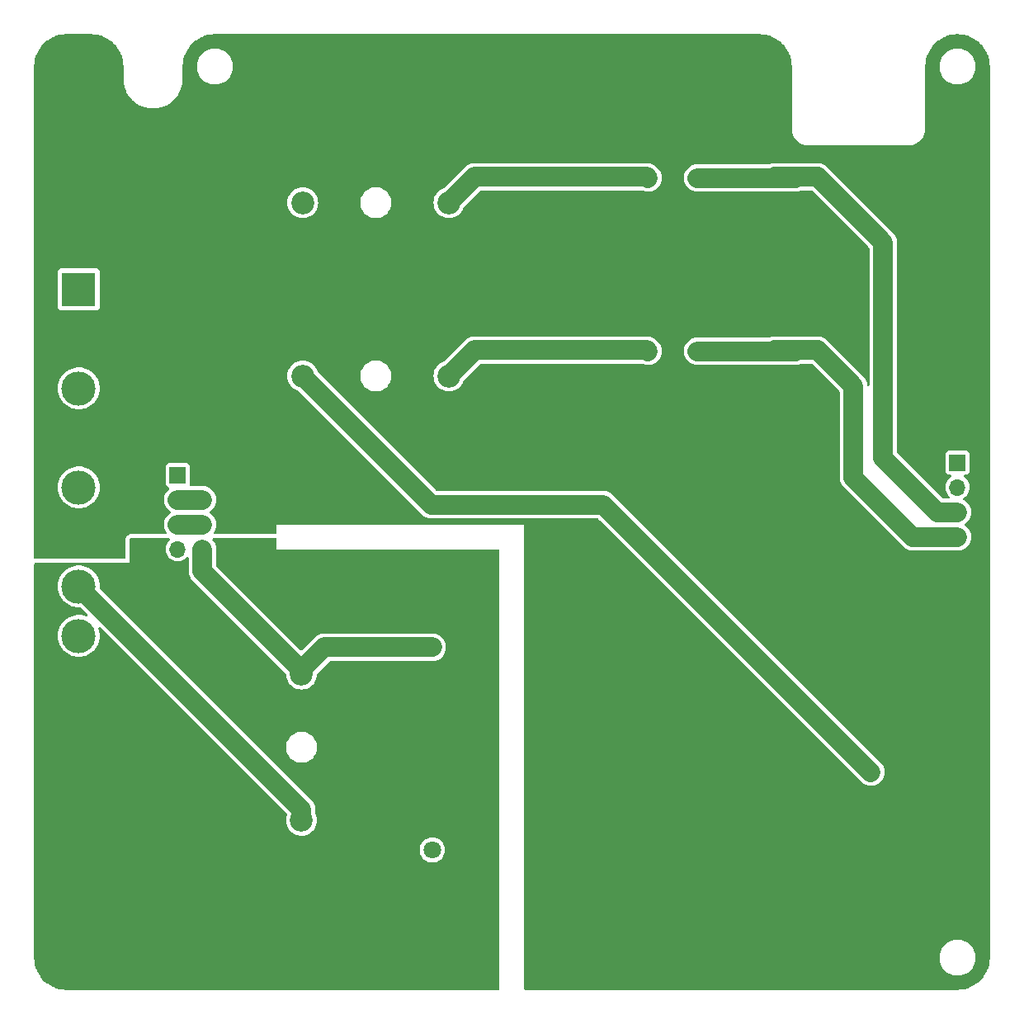
<source format=gbr>
%TF.GenerationSoftware,KiCad,Pcbnew,8.0.3-8.0.3-0~ubuntu22.04.1*%
%TF.CreationDate,2024-08-09T14:04:43+03:00*%
%TF.ProjectId,PM-PS,504d2d50-532e-46b6-9963-61645f706362,rev?*%
%TF.SameCoordinates,Original*%
%TF.FileFunction,Copper,L1,Top*%
%TF.FilePolarity,Positive*%
%FSLAX46Y46*%
G04 Gerber Fmt 4.6, Leading zero omitted, Abs format (unit mm)*
G04 Created by KiCad (PCBNEW 8.0.3-8.0.3-0~ubuntu22.04.1) date 2024-08-09 14:04:43*
%MOMM*%
%LPD*%
G01*
G04 APERTURE LIST*
G04 Aperture macros list*
%AMRoundRect*
0 Rectangle with rounded corners*
0 $1 Rounding radius*
0 $2 $3 $4 $5 $6 $7 $8 $9 X,Y pos of 4 corners*
0 Add a 4 corners polygon primitive as box body*
4,1,4,$2,$3,$4,$5,$6,$7,$8,$9,$2,$3,0*
0 Add four circle primitives for the rounded corners*
1,1,$1+$1,$2,$3*
1,1,$1+$1,$4,$5*
1,1,$1+$1,$6,$7*
1,1,$1+$1,$8,$9*
0 Add four rect primitives between the rounded corners*
20,1,$1+$1,$2,$3,$4,$5,0*
20,1,$1+$1,$4,$5,$6,$7,0*
20,1,$1+$1,$6,$7,$8,$9,0*
20,1,$1+$1,$8,$9,$2,$3,0*%
G04 Aperture macros list end*
%TA.AperFunction,ComponentPad*%
%ADD10C,1.950000*%
%TD*%
%TA.AperFunction,SMDPad,CuDef*%
%ADD11RoundRect,0.249999X-2.450001X0.737501X-2.450001X-0.737501X2.450001X-0.737501X2.450001X0.737501X0*%
%TD*%
%TA.AperFunction,ComponentPad*%
%ADD12C,1.803400*%
%TD*%
%TA.AperFunction,SMDPad,CuDef*%
%ADD13RoundRect,0.250000X-0.537500X-1.450000X0.537500X-1.450000X0.537500X1.450000X-0.537500X1.450000X0*%
%TD*%
%TA.AperFunction,ComponentPad*%
%ADD14C,2.350000*%
%TD*%
%TA.AperFunction,ComponentPad*%
%ADD15R,1.700000X1.700000*%
%TD*%
%TA.AperFunction,ComponentPad*%
%ADD16O,1.700000X1.700000*%
%TD*%
%TA.AperFunction,ComponentPad*%
%ADD17R,3.500000X3.500000*%
%TD*%
%TA.AperFunction,ComponentPad*%
%ADD18C,3.500000*%
%TD*%
%TA.AperFunction,ComponentPad*%
%ADD19O,6.350000X6.350000*%
%TD*%
%TA.AperFunction,Conductor*%
%ADD20C,2.000000*%
%TD*%
G04 APERTURE END LIST*
D10*
%TO.P,J5,1,VIN*%
%TO.N,Net-(J5-VIN)*%
X88900000Y-83820000D03*
%TO.P,J5,2,GND*%
%TO.N,GND*%
X91440000Y-83820000D03*
%TO.P,J5,3,+VO*%
%TO.N,+3.3V*%
X93980000Y-83820000D03*
%TD*%
D11*
%TO.P,C3,1*%
%TO.N,Net-(J5-VIN)*%
X78740000Y-83722500D03*
%TO.P,C3,2*%
%TO.N,GND*%
X78740000Y-88997500D03*
%TD*%
%TO.P,C5,1*%
%TO.N,+3.3V*%
X104140000Y-83722500D03*
%TO.P,C5,2*%
%TO.N,GND*%
X104140000Y-88997500D03*
%TD*%
D12*
%TO.P,U1,1,V-*%
%TO.N,GND*%
X111760000Y-135000000D03*
%TO.P,U1,2,V+*%
%TO.N,+24V*%
X111760000Y-127000001D03*
%TO.P,U1,3,AC/L*%
%TO.N,230V*%
X66759988Y-114200001D03*
%TO.P,U1,4,AC/N*%
%TO.N,N*%
X66759988Y-135000000D03*
%TD*%
D11*
%TO.P,C4,1*%
%TO.N,+5V*%
X104140000Y-65942500D03*
%TO.P,C4,2*%
%TO.N,GND*%
X104140000Y-71217500D03*
%TD*%
D13*
%TO.P,C1,1*%
%TO.N,PE*%
X72792500Y-144780000D03*
%TO.P,C1,2*%
%TO.N,GND*%
X77067500Y-144780000D03*
%TD*%
D14*
%TO.P,U3,1,1*%
%TO.N,+24V*%
X53460000Y-86360000D03*
%TO.P,U3,2,2*%
%TO.N,Net-(J5-VIN)*%
X68460000Y-86360000D03*
%TD*%
D15*
%TO.P,J2,1,Pin_1*%
%TO.N,unconnected-(J2-Pin_1-Pad1)*%
X120650000Y-95250000D03*
D16*
%TO.P,J2,2,Pin_2*%
%TO.N,unconnected-(J2-Pin_2-Pad2)*%
X120650000Y-97790000D03*
%TO.P,J2,3,Pin_3*%
%TO.N,+5V*%
X120650000Y-100330000D03*
%TO.P,J2,4,Pin_4*%
%TO.N,+3.3V*%
X120650000Y-102870000D03*
%TO.P,J2,5,Pin_5*%
%TO.N,GND*%
X120650000Y-105410000D03*
%TD*%
D14*
%TO.P,U4,1,1*%
%TO.N,Net-(J3-Pin_7)*%
X53340000Y-131960000D03*
%TO.P,U4,2,2*%
%TO.N,230V*%
X53340000Y-116960000D03*
%TD*%
D17*
%TO.P,J3,1,Pin_1*%
%TO.N,+24V*%
X30480000Y-77470000D03*
D18*
%TO.P,J3,2,Pin_2*%
%TO.N,GND*%
X30480000Y-82550000D03*
%TO.P,J3,3,Pin_3*%
%TO.N,+5V*%
X30480000Y-87630000D03*
%TO.P,J3,4,Pin_4*%
%TO.N,GND*%
X30480000Y-92710000D03*
%TO.P,J3,5,Pin_5*%
%TO.N,+3.3V*%
X30480000Y-97790000D03*
%TO.P,J3,6,Pin_6*%
%TO.N,GND*%
X30480000Y-102870000D03*
%TO.P,J3,7,Pin_7*%
%TO.N,Net-(J3-Pin_7)*%
X30480000Y-107950000D03*
%TO.P,J3,8,Pin_8*%
%TO.N,N*%
X30480000Y-113030000D03*
%TO.P,J3,9,Pin_9*%
%TO.N,PE*%
X30480000Y-118110000D03*
%TO.P,J3,10,Pin_10*%
X30480000Y-123190000D03*
%TD*%
D15*
%TO.P,J1,1,1*%
%TO.N,+24V*%
X40640000Y-96520000D03*
D16*
%TO.P,J1,2,2*%
%TO.N,GND*%
X43180000Y-96520000D03*
%TO.P,J1,3,3*%
%TO.N,+5V*%
X40640000Y-99060000D03*
%TO.P,J1,4,4*%
X43180000Y-99060000D03*
%TO.P,J1,5,5*%
%TO.N,+3.3V*%
X40640000Y-101600000D03*
%TO.P,J1,6,6*%
X43180000Y-101600000D03*
%TO.P,J1,7,7*%
%TO.N,N*%
X40640000Y-104140000D03*
%TO.P,J1,8,8*%
%TO.N,230V*%
X43180000Y-104140000D03*
%TD*%
D14*
%TO.P,U2,1,1*%
%TO.N,+24V*%
X53460000Y-68580000D03*
%TO.P,U2,2,2*%
%TO.N,Net-(J4-VIN)*%
X68460000Y-68580000D03*
%TD*%
D19*
%TO.P,PE1,1*%
%TO.N,PE*%
X44450000Y-146050000D03*
%TD*%
D11*
%TO.P,C2,1*%
%TO.N,Net-(J4-VIN)*%
X78740000Y-65942500D03*
%TO.P,C2,2*%
%TO.N,GND*%
X78740000Y-71217500D03*
%TD*%
D10*
%TO.P,J4,1,VIN*%
%TO.N,Net-(J4-VIN)*%
X88900000Y-66040000D03*
%TO.P,J4,2,GND*%
%TO.N,GND*%
X91440000Y-66040000D03*
%TO.P,J4,3,+VO*%
%TO.N,+5V*%
X93980000Y-66040000D03*
%TD*%
D20*
%TO.N,+5V*%
X113030000Y-72644000D02*
X113030000Y-94742000D01*
X113030000Y-94742000D02*
X118618000Y-100330000D01*
X104042500Y-66040000D02*
X104140000Y-65942500D01*
X104140000Y-65942500D02*
X106328500Y-65942500D01*
X93980000Y-66040000D02*
X104042500Y-66040000D01*
X106328500Y-65942500D02*
X113030000Y-72644000D01*
X43180000Y-99060000D02*
X40640000Y-99060000D01*
X118618000Y-100330000D02*
X120650000Y-100330000D01*
%TO.N,+3.3V*%
X120650000Y-102870000D02*
X116078000Y-102870000D01*
X93980000Y-83820000D02*
X104042500Y-83820000D01*
X106328500Y-83722500D02*
X104140000Y-83722500D01*
X109982000Y-87376000D02*
X106328500Y-83722500D01*
X43180000Y-101600000D02*
X40640000Y-101600000D01*
X116078000Y-102870000D02*
X109982000Y-96774000D01*
X104042500Y-83820000D02*
X104140000Y-83722500D01*
X109982000Y-96774000D02*
X109982000Y-87376000D01*
%TO.N,230V*%
X55691700Y-114200000D02*
X53340000Y-116551700D01*
X66760000Y-114200000D02*
X55691700Y-114200000D01*
X43180000Y-104140000D02*
X43180000Y-106391700D01*
X43180000Y-106391700D02*
X53340000Y-116551700D01*
X53340000Y-116551700D02*
X53340000Y-116960000D01*
%TO.N,+24V*%
X111760000Y-127000000D02*
X84328000Y-99568000D01*
X84328000Y-99568000D02*
X66668000Y-99568000D01*
X66668000Y-99568000D02*
X53460000Y-86360000D01*
%TO.N,Net-(J4-VIN)*%
X88802500Y-65942500D02*
X78740000Y-65942500D01*
X78740000Y-65942500D02*
X71097500Y-65942500D01*
X71097500Y-65942500D02*
X68460000Y-68580000D01*
X88900000Y-66040000D02*
X88802500Y-65942500D01*
%TO.N,Net-(J5-VIN)*%
X88802500Y-83722500D02*
X78740000Y-83722500D01*
X78740000Y-83722500D02*
X71097500Y-83722500D01*
X71097500Y-83722500D02*
X68460000Y-86360000D01*
X88900000Y-83820000D02*
X88802500Y-83722500D01*
%TO.N,Net-(J3-Pin_7)*%
X30480000Y-107950000D02*
X53340000Y-130810000D01*
X53340000Y-130810000D02*
X53340000Y-131960000D01*
%TD*%
%TA.AperFunction,Conductor*%
%TO.N,PE*%
G36*
X39782201Y-103016685D02*
G01*
X39827956Y-103069489D01*
X39837900Y-103138647D01*
X39808875Y-103202203D01*
X39802843Y-103208681D01*
X39678402Y-103333121D01*
X39552900Y-103512357D01*
X39552898Y-103512361D01*
X39460426Y-103710668D01*
X39460422Y-103710677D01*
X39403793Y-103922020D01*
X39403793Y-103922024D01*
X39384723Y-104139997D01*
X39384723Y-104140000D01*
X39403793Y-104357975D01*
X39403793Y-104357979D01*
X39460422Y-104569322D01*
X39460424Y-104569326D01*
X39460425Y-104569330D01*
X39489182Y-104630999D01*
X39552897Y-104767638D01*
X39552898Y-104767639D01*
X39678402Y-104946877D01*
X39833123Y-105101598D01*
X40012361Y-105227102D01*
X40210670Y-105319575D01*
X40422023Y-105376207D01*
X40604926Y-105392208D01*
X40639998Y-105395277D01*
X40640000Y-105395277D01*
X40640002Y-105395277D01*
X40668254Y-105392805D01*
X40857977Y-105376207D01*
X41069330Y-105319575D01*
X41267639Y-105227102D01*
X41446877Y-105101598D01*
X41567819Y-104980656D01*
X41629142Y-104947171D01*
X41698834Y-104952155D01*
X41754767Y-104994027D01*
X41779184Y-105059491D01*
X41779500Y-105068337D01*
X41779500Y-106277062D01*
X41779499Y-106277077D01*
X41779499Y-106501921D01*
X41810793Y-106699500D01*
X41813984Y-106719649D01*
X41882102Y-106929300D01*
X41882104Y-106929306D01*
X41950122Y-107062796D01*
X41964613Y-107091236D01*
X41982187Y-107125725D01*
X42111751Y-107304057D01*
X42111755Y-107304061D01*
X42111758Y-107304065D01*
X42267635Y-107459942D01*
X42271965Y-107464272D01*
X42271976Y-107464282D01*
X51726591Y-116918897D01*
X51760076Y-116980220D01*
X51762528Y-116996849D01*
X51779085Y-117207228D01*
X51836976Y-117448362D01*
X51931877Y-117677474D01*
X52061450Y-117888916D01*
X52061453Y-117888921D01*
X52134458Y-117974399D01*
X52222508Y-118077492D01*
X52343213Y-118180583D01*
X52411078Y-118238546D01*
X52411083Y-118238549D01*
X52622525Y-118368122D01*
X52851637Y-118463023D01*
X53058567Y-118512702D01*
X53092775Y-118520915D01*
X53340000Y-118540372D01*
X53587225Y-118520915D01*
X53828362Y-118463023D01*
X54057474Y-118368122D01*
X54268919Y-118238548D01*
X54457492Y-118077492D01*
X54618548Y-117888919D01*
X54748122Y-117677474D01*
X54843023Y-117448362D01*
X54900915Y-117207225D01*
X54917472Y-116996844D01*
X54942355Y-116931560D01*
X54953400Y-116918904D01*
X56235487Y-115636819D01*
X56296810Y-115603334D01*
X56323168Y-115600500D01*
X66870221Y-115600500D01*
X66870222Y-115600500D01*
X67087951Y-115566015D01*
X67297606Y-115497895D01*
X67494022Y-115397815D01*
X67672365Y-115268242D01*
X67828242Y-115112365D01*
X67957815Y-114934022D01*
X68057895Y-114737606D01*
X68126015Y-114527951D01*
X68160500Y-114310222D01*
X68160500Y-114089778D01*
X68126015Y-113872049D01*
X68057895Y-113662394D01*
X68057895Y-113662393D01*
X68023237Y-113594375D01*
X67957815Y-113465978D01*
X67854309Y-113323513D01*
X67828245Y-113287638D01*
X67672363Y-113131756D01*
X67672358Y-113131752D01*
X67494025Y-113002187D01*
X67494024Y-113002186D01*
X67494022Y-113002185D01*
X67431096Y-112970122D01*
X67297606Y-112902104D01*
X67297603Y-112902103D01*
X67087952Y-112833985D01*
X66979086Y-112816742D01*
X66870222Y-112799500D01*
X66870221Y-112799500D01*
X55807057Y-112799500D01*
X55807033Y-112799499D01*
X55801922Y-112799499D01*
X55581478Y-112799499D01*
X55508901Y-112810994D01*
X55363747Y-112833985D01*
X55154096Y-112902103D01*
X55154093Y-112902104D01*
X54957674Y-113002187D01*
X54779341Y-113131752D01*
X54779336Y-113131756D01*
X54623455Y-113287638D01*
X53427680Y-114483412D01*
X53366357Y-114516897D01*
X53296665Y-114511913D01*
X53252318Y-114483412D01*
X44616819Y-105847913D01*
X44583334Y-105786590D01*
X44580500Y-105760232D01*
X44580500Y-104029778D01*
X44563433Y-103922023D01*
X44546015Y-103812049D01*
X44477895Y-103602394D01*
X44477895Y-103602393D01*
X44401037Y-103451554D01*
X44377815Y-103405978D01*
X44324882Y-103333121D01*
X44248247Y-103227641D01*
X44248243Y-103227636D01*
X44229288Y-103208681D01*
X44195803Y-103147358D01*
X44200787Y-103077666D01*
X44242659Y-103021733D01*
X44308123Y-102997316D01*
X44316969Y-102997000D01*
X50676000Y-102997000D01*
X50743039Y-103016685D01*
X50788794Y-103069489D01*
X50800000Y-103121000D01*
X50800000Y-104140000D01*
X73536000Y-104140000D01*
X73603039Y-104159685D01*
X73648794Y-104212489D01*
X73660000Y-104264000D01*
X73660000Y-149235500D01*
X73640315Y-149302539D01*
X73587511Y-149348294D01*
X73536000Y-149359500D01*
X29213246Y-149359500D01*
X29206756Y-149359330D01*
X28870549Y-149341709D01*
X28857641Y-149340352D01*
X28528337Y-149288196D01*
X28515642Y-149285498D01*
X28193586Y-149199204D01*
X28181241Y-149195193D01*
X27869972Y-149075708D01*
X27858115Y-149070429D01*
X27561029Y-148919055D01*
X27549802Y-148912573D01*
X27270171Y-148730978D01*
X27259683Y-148723359D01*
X27000558Y-148513524D01*
X26990913Y-148504839D01*
X26755160Y-148269086D01*
X26746475Y-148259441D01*
X26657648Y-148149749D01*
X26536638Y-148000313D01*
X26529023Y-147989832D01*
X26347423Y-147710191D01*
X26340947Y-147698976D01*
X26189565Y-147401873D01*
X26184296Y-147390038D01*
X26064803Y-147078749D01*
X26060798Y-147066422D01*
X25974497Y-146744342D01*
X25971806Y-146731677D01*
X25919647Y-146402358D01*
X25918290Y-146389450D01*
X25900670Y-146053243D01*
X25900500Y-146046753D01*
X25900500Y-134999999D01*
X65452814Y-134999999D01*
X65452814Y-135000000D01*
X65472672Y-135226983D01*
X65472674Y-135226993D01*
X65531643Y-135447072D01*
X65531645Y-135447076D01*
X65531646Y-135447080D01*
X65576934Y-135544201D01*
X65627940Y-135653584D01*
X65627941Y-135653586D01*
X65627942Y-135653587D01*
X65758635Y-135840235D01*
X65919753Y-136001353D01*
X66106401Y-136132046D01*
X66312908Y-136228342D01*
X66533000Y-136287315D01*
X66714590Y-136303202D01*
X66759987Y-136307174D01*
X66759988Y-136307174D01*
X66759989Y-136307174D01*
X66797819Y-136303864D01*
X66986976Y-136287315D01*
X67207068Y-136228342D01*
X67413575Y-136132046D01*
X67600223Y-136001353D01*
X67761341Y-135840235D01*
X67892034Y-135653587D01*
X67988330Y-135447080D01*
X68047303Y-135226988D01*
X68067162Y-135000000D01*
X68047303Y-134773012D01*
X67988330Y-134552920D01*
X67892034Y-134346413D01*
X67761341Y-134159765D01*
X67600223Y-133998647D01*
X67413575Y-133867954D01*
X67413574Y-133867953D01*
X67413572Y-133867952D01*
X67304189Y-133816946D01*
X67207068Y-133771658D01*
X67207064Y-133771657D01*
X67207060Y-133771655D01*
X66986981Y-133712686D01*
X66986971Y-133712684D01*
X66759989Y-133692826D01*
X66759987Y-133692826D01*
X66533004Y-133712684D01*
X66532994Y-133712686D01*
X66312915Y-133771655D01*
X66312906Y-133771659D01*
X66106403Y-133867952D01*
X65919752Y-133998647D01*
X65758635Y-134159764D01*
X65627940Y-134346415D01*
X65531647Y-134552918D01*
X65531643Y-134552927D01*
X65472674Y-134773006D01*
X65472672Y-134773016D01*
X65452814Y-134999999D01*
X25900500Y-134999999D01*
X25900500Y-107950000D01*
X28324475Y-107950000D01*
X28344551Y-108243511D01*
X28344552Y-108243513D01*
X28404404Y-108531543D01*
X28404409Y-108531559D01*
X28502927Y-108808762D01*
X28638278Y-109069977D01*
X28638282Y-109069983D01*
X28807932Y-109310323D01*
X29008743Y-109525338D01*
X29136384Y-109629181D01*
X29236951Y-109710999D01*
X29236953Y-109711000D01*
X29236954Y-109711001D01*
X29488319Y-109863860D01*
X29488324Y-109863862D01*
X29758154Y-109981065D01*
X29758159Y-109981067D01*
X30041445Y-110060440D01*
X30297681Y-110095659D01*
X30332901Y-110100500D01*
X30598532Y-110100500D01*
X30665571Y-110120185D01*
X30686213Y-110136819D01*
X31353045Y-110803651D01*
X31386530Y-110864974D01*
X31381546Y-110934666D01*
X31339674Y-110990599D01*
X31274210Y-111015016D01*
X31215965Y-111005067D01*
X31201844Y-110998934D01*
X31201842Y-110998933D01*
X31201841Y-110998933D01*
X31121242Y-110976350D01*
X30918560Y-110919561D01*
X30918556Y-110919560D01*
X30918555Y-110919560D01*
X30772826Y-110899530D01*
X30627099Y-110879500D01*
X30627098Y-110879500D01*
X30332902Y-110879500D01*
X30332901Y-110879500D01*
X30041445Y-110919560D01*
X30041439Y-110919561D01*
X29758154Y-110998934D01*
X29488324Y-111116137D01*
X29488319Y-111116139D01*
X29236954Y-111268998D01*
X29008743Y-111454661D01*
X28807932Y-111669676D01*
X28638282Y-111910016D01*
X28638278Y-111910022D01*
X28502927Y-112171237D01*
X28404409Y-112448440D01*
X28404404Y-112448456D01*
X28344552Y-112736486D01*
X28344551Y-112736488D01*
X28324475Y-113030000D01*
X28344551Y-113323511D01*
X28344552Y-113323513D01*
X28404404Y-113611543D01*
X28404409Y-113611559D01*
X28502927Y-113888762D01*
X28638278Y-114149977D01*
X28638282Y-114149983D01*
X28807932Y-114390323D01*
X29008743Y-114605338D01*
X29136384Y-114709181D01*
X29236951Y-114790999D01*
X29236953Y-114791000D01*
X29236954Y-114791001D01*
X29488319Y-114943860D01*
X29488324Y-114943862D01*
X29758154Y-115061065D01*
X29758159Y-115061067D01*
X30041445Y-115140440D01*
X30297681Y-115175659D01*
X30332901Y-115180500D01*
X30332902Y-115180500D01*
X30627099Y-115180500D01*
X30658520Y-115176180D01*
X30918555Y-115140440D01*
X31201841Y-115061067D01*
X31471682Y-114943859D01*
X31723049Y-114790999D01*
X31951260Y-114605335D01*
X32152065Y-114390326D01*
X32321722Y-114149976D01*
X32457072Y-113888764D01*
X32555592Y-113611554D01*
X32555592Y-113611549D01*
X32555595Y-113611543D01*
X32588511Y-113453135D01*
X32615448Y-113323511D01*
X32635525Y-113030000D01*
X32615448Y-112736489D01*
X32598089Y-112652955D01*
X32555595Y-112448456D01*
X32555590Y-112448440D01*
X32495760Y-112280093D01*
X32491858Y-112210332D01*
X32526290Y-112149536D01*
X32588126Y-112117007D01*
X32657732Y-112123073D01*
X32700281Y-112150887D01*
X51832298Y-131282904D01*
X51865783Y-131344227D01*
X51860799Y-131413919D01*
X51859179Y-131418037D01*
X51836975Y-131471642D01*
X51779085Y-131712771D01*
X51759628Y-131960000D01*
X51779085Y-132207228D01*
X51836976Y-132448362D01*
X51931877Y-132677474D01*
X52061450Y-132888916D01*
X52061453Y-132888921D01*
X52134458Y-132974399D01*
X52222508Y-133077492D01*
X52343213Y-133180583D01*
X52411078Y-133238546D01*
X52411083Y-133238549D01*
X52622525Y-133368122D01*
X52851637Y-133463023D01*
X53058567Y-133512702D01*
X53092775Y-133520915D01*
X53340000Y-133540372D01*
X53587225Y-133520915D01*
X53828362Y-133463023D01*
X54057474Y-133368122D01*
X54268919Y-133238548D01*
X54457492Y-133077492D01*
X54618548Y-132888919D01*
X54748122Y-132677474D01*
X54843023Y-132448362D01*
X54900915Y-132207225D01*
X54920372Y-131960000D01*
X54900915Y-131712775D01*
X54843023Y-131471638D01*
X54820821Y-131418037D01*
X54749939Y-131246911D01*
X54740500Y-131199458D01*
X54740500Y-130925357D01*
X54740501Y-130925332D01*
X54740501Y-130699779D01*
X54740501Y-130699778D01*
X54706015Y-130482049D01*
X54637895Y-130272394D01*
X54637895Y-130272393D01*
X54603237Y-130204375D01*
X54537815Y-130075978D01*
X54525750Y-130059372D01*
X54408248Y-129897642D01*
X54408244Y-129897638D01*
X54408242Y-129897635D01*
X54252365Y-129741758D01*
X54252364Y-129741757D01*
X54249253Y-129738646D01*
X54249238Y-129738632D01*
X48846605Y-124335999D01*
X51764500Y-124335999D01*
X51764500Y-124584000D01*
X51803293Y-124828927D01*
X51803294Y-124828931D01*
X51879927Y-125064782D01*
X51992511Y-125285742D01*
X52138276Y-125486370D01*
X52313630Y-125661724D01*
X52514258Y-125807489D01*
X52735218Y-125920073D01*
X52971069Y-125996706D01*
X53062920Y-126011253D01*
X53216000Y-126035500D01*
X53216005Y-126035500D01*
X53464000Y-126035500D01*
X53600070Y-126013947D01*
X53708931Y-125996706D01*
X53944782Y-125920073D01*
X54165742Y-125807489D01*
X54366370Y-125661724D01*
X54541724Y-125486370D01*
X54687489Y-125285742D01*
X54800073Y-125064782D01*
X54876706Y-124828931D01*
X54893947Y-124720070D01*
X54915500Y-124584000D01*
X54915500Y-124335999D01*
X54876706Y-124091072D01*
X54876706Y-124091069D01*
X54800073Y-123855218D01*
X54687489Y-123634258D01*
X54541724Y-123433630D01*
X54366370Y-123258276D01*
X54165742Y-123112511D01*
X53944782Y-122999927D01*
X53708931Y-122923294D01*
X53708929Y-122923293D01*
X53708927Y-122923293D01*
X53464000Y-122884500D01*
X53463995Y-122884500D01*
X53216005Y-122884500D01*
X53216000Y-122884500D01*
X52971072Y-122923293D01*
X52735215Y-122999928D01*
X52514257Y-123112511D01*
X52399792Y-123195675D01*
X52313630Y-123258276D01*
X52313628Y-123258278D01*
X52313627Y-123258278D01*
X52138278Y-123433627D01*
X52138278Y-123433628D01*
X52138276Y-123433630D01*
X52075675Y-123519792D01*
X51992511Y-123634257D01*
X51879928Y-123855215D01*
X51803293Y-124091072D01*
X51764500Y-124335999D01*
X48846605Y-124335999D01*
X32664204Y-108153598D01*
X32630719Y-108092275D01*
X32628174Y-108057459D01*
X32635525Y-107950000D01*
X32615448Y-107656489D01*
X32575505Y-107464272D01*
X32555595Y-107368456D01*
X32555590Y-107368440D01*
X32457072Y-107091237D01*
X32457072Y-107091236D01*
X32321722Y-106830024D01*
X32321721Y-106830022D01*
X32321717Y-106830016D01*
X32152067Y-106589676D01*
X31951256Y-106374661D01*
X31723045Y-106188998D01*
X31471680Y-106036139D01*
X31471675Y-106036137D01*
X31201845Y-105918934D01*
X30918560Y-105839561D01*
X30918556Y-105839560D01*
X30918555Y-105839560D01*
X30715088Y-105811594D01*
X30627099Y-105799500D01*
X30627098Y-105799500D01*
X30332902Y-105799500D01*
X30332901Y-105799500D01*
X30041445Y-105839560D01*
X30041439Y-105839561D01*
X29758154Y-105918934D01*
X29488324Y-106036137D01*
X29488319Y-106036139D01*
X29236954Y-106188998D01*
X29008743Y-106374661D01*
X28807932Y-106589676D01*
X28638282Y-106830016D01*
X28638278Y-106830022D01*
X28502927Y-107091237D01*
X28404409Y-107368440D01*
X28404404Y-107368456D01*
X28344552Y-107656486D01*
X28344551Y-107656488D01*
X28324475Y-107950000D01*
X25900500Y-107950000D01*
X25900500Y-105661000D01*
X25920185Y-105593961D01*
X25972989Y-105548206D01*
X26024500Y-105537000D01*
X35687000Y-105537000D01*
X35687000Y-103121000D01*
X35706685Y-103053961D01*
X35759489Y-103008206D01*
X35811000Y-102997000D01*
X39715162Y-102997000D01*
X39782201Y-103016685D01*
G37*
%TD.AperFunction*%
%TD*%
%TA.AperFunction,Conductor*%
%TO.N,GND*%
G36*
X31753243Y-51300669D02*
G01*
X32089450Y-51318290D01*
X32102358Y-51319647D01*
X32431677Y-51371806D01*
X32444342Y-51374497D01*
X32766422Y-51460798D01*
X32778749Y-51464803D01*
X33090038Y-51584296D01*
X33101873Y-51589565D01*
X33398976Y-51740947D01*
X33410191Y-51747423D01*
X33689832Y-51929023D01*
X33700313Y-51936638D01*
X33959441Y-52146475D01*
X33969086Y-52155160D01*
X34204839Y-52390913D01*
X34213524Y-52400558D01*
X34423359Y-52659683D01*
X34430978Y-52670171D01*
X34612573Y-52949802D01*
X34619055Y-52961029D01*
X34748834Y-53215733D01*
X34770429Y-53258115D01*
X34775708Y-53269972D01*
X34895193Y-53581241D01*
X34899204Y-53593586D01*
X34985498Y-53915642D01*
X34988196Y-53928337D01*
X35040352Y-54257641D01*
X35041709Y-54270549D01*
X35059330Y-54606756D01*
X35059500Y-54613246D01*
X35059500Y-56039342D01*
X35092812Y-56356295D01*
X35092813Y-56356296D01*
X35159070Y-56668014D01*
X35159071Y-56668015D01*
X35159072Y-56668019D01*
X35257553Y-56971113D01*
X35324540Y-57121569D01*
X35387178Y-57262257D01*
X35387181Y-57262262D01*
X35546520Y-57538246D01*
X35546520Y-57538247D01*
X35733851Y-57796083D01*
X35829267Y-57902052D01*
X35947091Y-58032909D01*
X36059670Y-58134275D01*
X36183916Y-58246148D01*
X36183922Y-58246152D01*
X36183925Y-58246155D01*
X36345766Y-58363740D01*
X36441753Y-58433479D01*
X36621443Y-58537223D01*
X36717747Y-58592824D01*
X37008887Y-58722447D01*
X37311981Y-58820928D01*
X37311984Y-58820928D01*
X37311985Y-58820929D01*
X37354934Y-58830058D01*
X37623708Y-58887188D01*
X37940654Y-58920500D01*
X37940658Y-58920500D01*
X38259342Y-58920500D01*
X38259346Y-58920500D01*
X38576292Y-58887188D01*
X38888019Y-58820928D01*
X39191113Y-58722447D01*
X39482253Y-58592824D01*
X39758246Y-58433479D01*
X39758247Y-58433479D01*
X39806502Y-58398418D01*
X40016075Y-58246155D01*
X40252909Y-58032909D01*
X40466155Y-57796075D01*
X40653478Y-57538248D01*
X40812824Y-57262253D01*
X40942447Y-56971113D01*
X41040928Y-56668019D01*
X41107188Y-56356292D01*
X41140500Y-56039346D01*
X41140500Y-55880000D01*
X41140500Y-55814108D01*
X41140500Y-54613246D01*
X41140670Y-54606756D01*
X41143953Y-54544108D01*
X41146856Y-54488711D01*
X42599500Y-54488711D01*
X42599500Y-54731288D01*
X42631161Y-54971785D01*
X42693947Y-55206104D01*
X42786773Y-55430205D01*
X42786776Y-55430212D01*
X42908064Y-55640289D01*
X42908066Y-55640292D01*
X42908067Y-55640293D01*
X43055733Y-55832736D01*
X43055739Y-55832743D01*
X43227256Y-56004260D01*
X43227263Y-56004266D01*
X43340321Y-56091018D01*
X43419711Y-56151936D01*
X43629788Y-56273224D01*
X43853900Y-56366054D01*
X44088211Y-56428838D01*
X44268586Y-56452584D01*
X44328711Y-56460500D01*
X44328712Y-56460500D01*
X44571289Y-56460500D01*
X44619388Y-56454167D01*
X44811789Y-56428838D01*
X45046100Y-56366054D01*
X45270212Y-56273224D01*
X45480289Y-56151936D01*
X45672738Y-56004265D01*
X45844265Y-55832738D01*
X45991936Y-55640289D01*
X46113224Y-55430212D01*
X46206054Y-55206100D01*
X46268838Y-54971789D01*
X46300500Y-54731288D01*
X46300500Y-54488712D01*
X46268838Y-54248211D01*
X46206054Y-54013900D01*
X46113224Y-53789788D01*
X45991936Y-53579711D01*
X45844265Y-53387262D01*
X45844260Y-53387256D01*
X45672743Y-53215739D01*
X45672736Y-53215733D01*
X45480293Y-53068067D01*
X45480292Y-53068066D01*
X45480289Y-53068064D01*
X45294909Y-52961035D01*
X45270214Y-52946777D01*
X45270205Y-52946773D01*
X45046104Y-52853947D01*
X44811785Y-52791161D01*
X44571289Y-52759500D01*
X44571288Y-52759500D01*
X44328712Y-52759500D01*
X44328711Y-52759500D01*
X44088214Y-52791161D01*
X43853895Y-52853947D01*
X43629794Y-52946773D01*
X43629785Y-52946777D01*
X43419706Y-53068067D01*
X43227263Y-53215733D01*
X43227256Y-53215739D01*
X43055739Y-53387256D01*
X43055733Y-53387263D01*
X42908067Y-53579706D01*
X42786777Y-53789785D01*
X42786773Y-53789794D01*
X42693947Y-54013895D01*
X42631161Y-54248214D01*
X42599500Y-54488711D01*
X41146856Y-54488711D01*
X41158290Y-54270547D01*
X41159647Y-54257641D01*
X41161141Y-54248211D01*
X41211806Y-53928318D01*
X41214496Y-53915661D01*
X41300799Y-53593571D01*
X41304801Y-53581256D01*
X41424298Y-53269954D01*
X41429561Y-53258133D01*
X41580951Y-52961014D01*
X41587417Y-52949816D01*
X41769029Y-52670158D01*
X41776631Y-52659695D01*
X41986483Y-52400548D01*
X41995150Y-52390923D01*
X42230923Y-52155150D01*
X42240548Y-52146483D01*
X42499695Y-51936631D01*
X42510158Y-51929029D01*
X42789816Y-51747417D01*
X42801014Y-51740951D01*
X43098133Y-51589561D01*
X43109954Y-51584298D01*
X43421256Y-51464801D01*
X43433571Y-51460799D01*
X43755661Y-51374496D01*
X43768318Y-51371806D01*
X44097643Y-51319646D01*
X44110547Y-51318290D01*
X44446756Y-51300669D01*
X44453246Y-51300500D01*
X44515892Y-51300500D01*
X100264108Y-51300500D01*
X100326754Y-51300500D01*
X100333243Y-51300669D01*
X100669450Y-51318290D01*
X100682358Y-51319647D01*
X101011677Y-51371806D01*
X101024342Y-51374497D01*
X101346422Y-51460798D01*
X101358749Y-51464803D01*
X101670038Y-51584296D01*
X101681873Y-51589565D01*
X101978976Y-51740947D01*
X101990191Y-51747423D01*
X102269832Y-51929023D01*
X102280313Y-51936638D01*
X102539441Y-52146475D01*
X102549086Y-52155160D01*
X102784839Y-52390913D01*
X102793524Y-52400558D01*
X103003359Y-52659683D01*
X103010978Y-52670171D01*
X103192573Y-52949802D01*
X103199055Y-52961029D01*
X103328834Y-53215733D01*
X103350429Y-53258115D01*
X103355708Y-53269972D01*
X103475193Y-53581241D01*
X103479204Y-53593586D01*
X103565498Y-53915642D01*
X103568196Y-53928337D01*
X103620352Y-54257641D01*
X103621709Y-54270549D01*
X103639330Y-54606756D01*
X103639500Y-54613246D01*
X103639500Y-61086627D01*
X103675541Y-61337303D01*
X103675543Y-61337313D01*
X103746894Y-61580312D01*
X103852093Y-61810666D01*
X103852106Y-61810689D01*
X103989016Y-62023725D01*
X103989020Y-62023731D01*
X104154868Y-62215131D01*
X104346268Y-62380979D01*
X104346274Y-62380983D01*
X104559310Y-62517893D01*
X104559333Y-62517906D01*
X104789687Y-62623105D01*
X104789691Y-62623106D01*
X104789693Y-62623107D01*
X105032692Y-62694458D01*
X105283371Y-62730500D01*
X105283374Y-62730500D01*
X115696626Y-62730500D01*
X115696629Y-62730500D01*
X115947308Y-62694458D01*
X116190307Y-62623107D01*
X116190310Y-62623105D01*
X116190312Y-62623105D01*
X116420666Y-62517906D01*
X116420670Y-62517903D01*
X116420678Y-62517900D01*
X116633732Y-62380979D01*
X116825131Y-62215131D01*
X116990979Y-62023732D01*
X117127900Y-61810678D01*
X117127903Y-61810670D01*
X117127906Y-61810666D01*
X117233105Y-61580312D01*
X117233105Y-61580310D01*
X117233107Y-61580307D01*
X117304458Y-61337308D01*
X117340500Y-61086629D01*
X117340500Y-60960000D01*
X117340500Y-60894108D01*
X117340500Y-54613246D01*
X117340670Y-54606756D01*
X117343953Y-54544108D01*
X117346856Y-54488711D01*
X118799500Y-54488711D01*
X118799500Y-54731288D01*
X118831161Y-54971785D01*
X118893947Y-55206104D01*
X118986773Y-55430205D01*
X118986776Y-55430212D01*
X119108064Y-55640289D01*
X119108066Y-55640292D01*
X119108067Y-55640293D01*
X119255733Y-55832736D01*
X119255739Y-55832743D01*
X119427256Y-56004260D01*
X119427263Y-56004266D01*
X119540321Y-56091018D01*
X119619711Y-56151936D01*
X119829788Y-56273224D01*
X120053900Y-56366054D01*
X120288211Y-56428838D01*
X120468586Y-56452584D01*
X120528711Y-56460500D01*
X120528712Y-56460500D01*
X120771289Y-56460500D01*
X120819388Y-56454167D01*
X121011789Y-56428838D01*
X121246100Y-56366054D01*
X121470212Y-56273224D01*
X121680289Y-56151936D01*
X121872738Y-56004265D01*
X122044265Y-55832738D01*
X122191936Y-55640289D01*
X122313224Y-55430212D01*
X122406054Y-55206100D01*
X122468838Y-54971789D01*
X122500500Y-54731288D01*
X122500500Y-54488712D01*
X122468838Y-54248211D01*
X122406054Y-54013900D01*
X122313224Y-53789788D01*
X122191936Y-53579711D01*
X122044265Y-53387262D01*
X122044260Y-53387256D01*
X121872743Y-53215739D01*
X121872736Y-53215733D01*
X121680293Y-53068067D01*
X121680292Y-53068066D01*
X121680289Y-53068064D01*
X121494909Y-52961035D01*
X121470214Y-52946777D01*
X121470205Y-52946773D01*
X121246104Y-52853947D01*
X121011785Y-52791161D01*
X120771289Y-52759500D01*
X120771288Y-52759500D01*
X120528712Y-52759500D01*
X120528711Y-52759500D01*
X120288214Y-52791161D01*
X120053895Y-52853947D01*
X119829794Y-52946773D01*
X119829785Y-52946777D01*
X119619706Y-53068067D01*
X119427263Y-53215733D01*
X119427256Y-53215739D01*
X119255739Y-53387256D01*
X119255733Y-53387263D01*
X119108067Y-53579706D01*
X118986777Y-53789785D01*
X118986773Y-53789794D01*
X118893947Y-54013895D01*
X118831161Y-54248214D01*
X118799500Y-54488711D01*
X117346856Y-54488711D01*
X117358290Y-54270547D01*
X117359647Y-54257641D01*
X117361141Y-54248211D01*
X117411806Y-53928318D01*
X117414496Y-53915661D01*
X117500799Y-53593571D01*
X117504801Y-53581256D01*
X117624298Y-53269954D01*
X117629561Y-53258133D01*
X117780951Y-52961014D01*
X117787417Y-52949816D01*
X117969029Y-52670158D01*
X117976631Y-52659695D01*
X118186483Y-52400548D01*
X118195150Y-52390923D01*
X118430923Y-52155150D01*
X118440548Y-52146483D01*
X118699695Y-51936631D01*
X118710158Y-51929029D01*
X118989816Y-51747417D01*
X119001014Y-51740951D01*
X119298133Y-51589561D01*
X119309954Y-51584298D01*
X119621256Y-51464801D01*
X119633571Y-51460799D01*
X119955661Y-51374496D01*
X119968318Y-51371806D01*
X120297643Y-51319646D01*
X120310547Y-51318290D01*
X120643512Y-51300840D01*
X120656488Y-51300840D01*
X120989450Y-51318290D01*
X121002358Y-51319647D01*
X121331677Y-51371806D01*
X121344342Y-51374497D01*
X121666422Y-51460798D01*
X121678749Y-51464803D01*
X121990038Y-51584296D01*
X122001873Y-51589565D01*
X122298976Y-51740947D01*
X122310191Y-51747423D01*
X122589832Y-51929023D01*
X122600313Y-51936638D01*
X122859441Y-52146475D01*
X122869086Y-52155160D01*
X123104839Y-52390913D01*
X123113524Y-52400558D01*
X123323359Y-52659683D01*
X123330978Y-52670171D01*
X123512573Y-52949802D01*
X123519055Y-52961029D01*
X123648834Y-53215733D01*
X123670429Y-53258115D01*
X123675708Y-53269972D01*
X123795193Y-53581241D01*
X123799204Y-53593586D01*
X123885498Y-53915642D01*
X123888196Y-53928337D01*
X123940352Y-54257641D01*
X123941709Y-54270549D01*
X123959330Y-54606756D01*
X123959500Y-54613246D01*
X123959500Y-146046753D01*
X123959330Y-146053243D01*
X123941709Y-146389450D01*
X123940352Y-146402358D01*
X123888196Y-146731662D01*
X123885498Y-146744357D01*
X123799204Y-147066413D01*
X123795193Y-147078758D01*
X123675708Y-147390027D01*
X123670429Y-147401884D01*
X123519059Y-147698964D01*
X123512569Y-147710204D01*
X123330983Y-147989822D01*
X123323354Y-148000323D01*
X123113524Y-148259441D01*
X123104839Y-148269086D01*
X122869086Y-148504839D01*
X122859441Y-148513524D01*
X122600323Y-148723354D01*
X122589822Y-148730983D01*
X122310204Y-148912569D01*
X122298964Y-148919059D01*
X122001884Y-149070429D01*
X121990027Y-149075708D01*
X121678758Y-149195193D01*
X121666413Y-149199204D01*
X121344357Y-149285498D01*
X121331662Y-149288196D01*
X121002358Y-149340352D01*
X120989450Y-149341709D01*
X120653244Y-149359330D01*
X120646754Y-149359500D01*
X76324000Y-149359500D01*
X76256961Y-149339815D01*
X76211206Y-149287011D01*
X76200000Y-149235500D01*
X76200000Y-145928711D01*
X118799500Y-145928711D01*
X118799500Y-146171288D01*
X118831161Y-146411785D01*
X118893947Y-146646104D01*
X118934645Y-146744357D01*
X118986776Y-146870212D01*
X119108064Y-147080289D01*
X119108066Y-147080292D01*
X119108067Y-147080293D01*
X119255733Y-147272736D01*
X119255739Y-147272743D01*
X119427256Y-147444260D01*
X119427262Y-147444265D01*
X119619711Y-147591936D01*
X119829788Y-147713224D01*
X120053900Y-147806054D01*
X120288211Y-147868838D01*
X120468586Y-147892584D01*
X120528711Y-147900500D01*
X120528712Y-147900500D01*
X120771289Y-147900500D01*
X120819388Y-147894167D01*
X121011789Y-147868838D01*
X121246100Y-147806054D01*
X121470212Y-147713224D01*
X121680289Y-147591936D01*
X121872738Y-147444265D01*
X122044265Y-147272738D01*
X122191936Y-147080289D01*
X122313224Y-146870212D01*
X122406054Y-146646100D01*
X122468838Y-146411789D01*
X122500500Y-146171288D01*
X122500500Y-145928712D01*
X122468838Y-145688211D01*
X122406054Y-145453900D01*
X122313224Y-145229788D01*
X122191936Y-145019711D01*
X122044265Y-144827262D01*
X122044260Y-144827256D01*
X121872743Y-144655739D01*
X121872736Y-144655733D01*
X121680293Y-144508067D01*
X121680292Y-144508066D01*
X121680289Y-144508064D01*
X121470212Y-144386776D01*
X121470205Y-144386773D01*
X121246104Y-144293947D01*
X121011785Y-144231161D01*
X120771289Y-144199500D01*
X120771288Y-144199500D01*
X120528712Y-144199500D01*
X120528711Y-144199500D01*
X120288214Y-144231161D01*
X120053895Y-144293947D01*
X119829794Y-144386773D01*
X119829785Y-144386777D01*
X119619706Y-144508067D01*
X119427263Y-144655733D01*
X119427256Y-144655739D01*
X119255739Y-144827256D01*
X119255733Y-144827263D01*
X119108067Y-145019706D01*
X118986777Y-145229785D01*
X118986773Y-145229794D01*
X118893947Y-145453895D01*
X118831161Y-145688214D01*
X118799500Y-145928711D01*
X76200000Y-145928711D01*
X76200000Y-101600000D01*
X50800000Y-101600000D01*
X50800000Y-102467500D01*
X50780315Y-102534539D01*
X50727511Y-102580294D01*
X50676000Y-102591500D01*
X44434111Y-102591500D01*
X44367072Y-102571815D01*
X44321317Y-102519011D01*
X44311373Y-102449853D01*
X44333792Y-102394615D01*
X44340403Y-102385514D01*
X44377815Y-102334022D01*
X44477895Y-102137606D01*
X44546015Y-101927951D01*
X44580500Y-101710222D01*
X44580500Y-101489778D01*
X44546015Y-101272049D01*
X44477895Y-101062394D01*
X44477895Y-101062393D01*
X44440083Y-100988185D01*
X44377815Y-100865978D01*
X44305041Y-100765812D01*
X44248247Y-100687641D01*
X44248243Y-100687636D01*
X44092363Y-100531756D01*
X44092358Y-100531752D01*
X43952745Y-100430318D01*
X43910079Y-100374989D01*
X43904100Y-100305375D01*
X43936705Y-100243580D01*
X43952745Y-100229682D01*
X44092358Y-100128247D01*
X44092356Y-100128247D01*
X44092365Y-100128242D01*
X44248242Y-99972365D01*
X44377815Y-99794022D01*
X44477895Y-99597606D01*
X44546015Y-99387951D01*
X44580500Y-99170222D01*
X44580500Y-98949778D01*
X44546015Y-98732049D01*
X44477895Y-98522394D01*
X44477895Y-98522393D01*
X44424519Y-98417639D01*
X44377815Y-98325978D01*
X44337221Y-98270105D01*
X44248247Y-98147641D01*
X44248243Y-98147636D01*
X44092363Y-97991756D01*
X44092358Y-97991752D01*
X43914025Y-97862187D01*
X43914024Y-97862186D01*
X43914022Y-97862185D01*
X43851096Y-97830122D01*
X43717606Y-97762104D01*
X43717603Y-97762103D01*
X43507952Y-97693985D01*
X43399086Y-97676742D01*
X43290222Y-97659500D01*
X43290221Y-97659500D01*
X41992967Y-97659500D01*
X41925928Y-97639815D01*
X41880173Y-97587011D01*
X41870229Y-97517853D01*
X41875037Y-97497180D01*
X41875646Y-97495303D01*
X41890499Y-97401524D01*
X41890500Y-97401519D01*
X41890499Y-95638482D01*
X41875646Y-95544696D01*
X41818050Y-95431658D01*
X41818046Y-95431654D01*
X41818045Y-95431652D01*
X41728347Y-95341954D01*
X41728344Y-95341952D01*
X41728342Y-95341950D01*
X41651517Y-95302805D01*
X41615301Y-95284352D01*
X41521524Y-95269500D01*
X39758482Y-95269500D01*
X39677519Y-95282323D01*
X39664696Y-95284354D01*
X39551658Y-95341950D01*
X39551657Y-95341951D01*
X39551652Y-95341954D01*
X39461954Y-95431652D01*
X39461951Y-95431657D01*
X39404352Y-95544698D01*
X39389500Y-95638475D01*
X39389500Y-97401517D01*
X39400292Y-97469657D01*
X39404354Y-97495304D01*
X39461950Y-97608342D01*
X39461952Y-97608344D01*
X39461954Y-97608347D01*
X39551652Y-97698045D01*
X39551654Y-97698046D01*
X39551658Y-97698050D01*
X39664696Y-97755646D01*
X39687506Y-97759258D01*
X39750640Y-97789187D01*
X39787572Y-97848498D01*
X39786576Y-97918360D01*
X39747967Y-97976594D01*
X39740998Y-97982047D01*
X39727643Y-97991750D01*
X39727636Y-97991756D01*
X39571756Y-98147636D01*
X39571752Y-98147641D01*
X39442187Y-98325974D01*
X39342104Y-98522393D01*
X39342103Y-98522396D01*
X39273985Y-98732047D01*
X39239500Y-98949778D01*
X39239500Y-99170221D01*
X39273985Y-99387952D01*
X39342103Y-99597603D01*
X39342104Y-99597606D01*
X39410122Y-99731096D01*
X39441355Y-99792394D01*
X39442187Y-99794025D01*
X39571752Y-99972358D01*
X39571756Y-99972363D01*
X39727636Y-100128243D01*
X39727641Y-100128247D01*
X39867254Y-100229682D01*
X39909920Y-100285012D01*
X39915899Y-100354625D01*
X39883293Y-100416420D01*
X39867254Y-100430318D01*
X39727641Y-100531752D01*
X39727636Y-100531756D01*
X39571756Y-100687636D01*
X39571752Y-100687641D01*
X39442187Y-100865974D01*
X39342104Y-101062393D01*
X39342103Y-101062396D01*
X39273985Y-101272047D01*
X39239500Y-101489778D01*
X39239500Y-101710221D01*
X39273985Y-101927952D01*
X39342103Y-102137603D01*
X39342104Y-102137606D01*
X39442184Y-102334021D01*
X39486208Y-102394615D01*
X39509687Y-102460422D01*
X39493861Y-102528476D01*
X39443755Y-102577170D01*
X39385889Y-102591500D01*
X35810991Y-102591500D01*
X35724802Y-102600767D01*
X35673293Y-102611973D01*
X35673290Y-102611974D01*
X35601640Y-102634690D01*
X35601638Y-102634691D01*
X35601637Y-102634691D01*
X35493940Y-102701751D01*
X35481289Y-102712714D01*
X35448154Y-102727845D01*
X35419019Y-102756980D01*
X35413315Y-102776408D01*
X35401545Y-102791900D01*
X35371959Y-102825075D01*
X35371956Y-102825079D01*
X35317611Y-102939712D01*
X35297926Y-103006752D01*
X35297924Y-103006760D01*
X35281500Y-103120999D01*
X35281500Y-105007500D01*
X35261815Y-105074539D01*
X35209011Y-105120294D01*
X35157500Y-105131500D01*
X26024500Y-105131500D01*
X25957461Y-105111815D01*
X25911706Y-105059011D01*
X25900500Y-105007500D01*
X25900500Y-97790000D01*
X28324475Y-97790000D01*
X28344551Y-98083511D01*
X28344552Y-98083513D01*
X28404404Y-98371543D01*
X28404409Y-98371559D01*
X28502927Y-98648762D01*
X28638278Y-98909977D01*
X28638282Y-98909983D01*
X28807932Y-99150323D01*
X29008743Y-99365338D01*
X29136384Y-99469181D01*
X29236951Y-99550999D01*
X29236953Y-99551000D01*
X29236954Y-99551001D01*
X29488319Y-99703860D01*
X29488324Y-99703862D01*
X29758154Y-99821065D01*
X29758159Y-99821067D01*
X30041445Y-99900440D01*
X30297681Y-99935659D01*
X30332901Y-99940500D01*
X30332902Y-99940500D01*
X30627099Y-99940500D01*
X30658520Y-99936180D01*
X30918555Y-99900440D01*
X31201841Y-99821067D01*
X31471682Y-99703859D01*
X31723049Y-99550999D01*
X31951260Y-99365335D01*
X32152065Y-99150326D01*
X32321722Y-98909976D01*
X32457072Y-98648764D01*
X32555592Y-98371554D01*
X32555592Y-98371549D01*
X32555595Y-98371543D01*
X32602085Y-98147815D01*
X32615448Y-98083511D01*
X32635525Y-97790000D01*
X32615448Y-97496489D01*
X32587226Y-97360677D01*
X32555595Y-97208456D01*
X32555590Y-97208440D01*
X32475513Y-96983124D01*
X32457072Y-96931236D01*
X32321722Y-96670024D01*
X32321721Y-96670022D01*
X32321717Y-96670016D01*
X32152067Y-96429676D01*
X31951256Y-96214661D01*
X31723045Y-96028998D01*
X31471680Y-95876139D01*
X31471675Y-95876137D01*
X31201845Y-95758934D01*
X30918560Y-95679561D01*
X30918556Y-95679560D01*
X30918555Y-95679560D01*
X30772826Y-95659530D01*
X30627099Y-95639500D01*
X30627098Y-95639500D01*
X30332902Y-95639500D01*
X30332901Y-95639500D01*
X30041445Y-95679560D01*
X30041439Y-95679561D01*
X29758154Y-95758934D01*
X29488324Y-95876137D01*
X29488319Y-95876139D01*
X29236954Y-96028998D01*
X29008743Y-96214661D01*
X28807932Y-96429676D01*
X28638282Y-96670016D01*
X28638278Y-96670022D01*
X28502927Y-96931237D01*
X28404409Y-97208440D01*
X28404404Y-97208456D01*
X28344552Y-97496486D01*
X28344551Y-97496488D01*
X28324475Y-97790000D01*
X25900500Y-97790000D01*
X25900500Y-87630000D01*
X28324475Y-87630000D01*
X28344551Y-87923511D01*
X28344552Y-87923513D01*
X28404404Y-88211543D01*
X28404409Y-88211559D01*
X28502927Y-88488762D01*
X28638278Y-88749977D01*
X28638282Y-88749983D01*
X28807932Y-88990323D01*
X29008743Y-89205338D01*
X29136384Y-89309181D01*
X29236951Y-89390999D01*
X29236953Y-89391000D01*
X29236954Y-89391001D01*
X29488319Y-89543860D01*
X29488324Y-89543862D01*
X29758154Y-89661065D01*
X29758159Y-89661067D01*
X30041445Y-89740440D01*
X30297681Y-89775659D01*
X30332901Y-89780500D01*
X30332902Y-89780500D01*
X30627099Y-89780500D01*
X30658520Y-89776180D01*
X30918555Y-89740440D01*
X31201841Y-89661067D01*
X31471682Y-89543859D01*
X31723049Y-89390999D01*
X31951260Y-89205335D01*
X32152065Y-88990326D01*
X32321722Y-88749976D01*
X32457072Y-88488764D01*
X32555592Y-88211554D01*
X32555592Y-88211549D01*
X32555595Y-88211543D01*
X32588511Y-88053135D01*
X32615448Y-87923511D01*
X32635525Y-87630000D01*
X32615448Y-87336489D01*
X32597415Y-87249708D01*
X32555595Y-87048456D01*
X32555590Y-87048440D01*
X32525858Y-86964782D01*
X32457072Y-86771236D01*
X32321722Y-86510024D01*
X32321721Y-86510022D01*
X32321717Y-86510016D01*
X32215824Y-86360000D01*
X51879628Y-86360000D01*
X51899085Y-86607228D01*
X51956976Y-86848362D01*
X52051877Y-87077474D01*
X52181450Y-87288916D01*
X52181453Y-87288921D01*
X52222080Y-87336489D01*
X52342508Y-87477492D01*
X52463213Y-87580583D01*
X52531078Y-87638546D01*
X52531083Y-87638549D01*
X52742526Y-87768122D01*
X52742529Y-87768124D01*
X52967251Y-87861206D01*
X53007480Y-87888086D01*
X65596632Y-100477238D01*
X65596646Y-100477253D01*
X65599757Y-100480364D01*
X65599758Y-100480365D01*
X65755635Y-100636242D01*
X65755638Y-100636244D01*
X65755642Y-100636248D01*
X65917372Y-100753750D01*
X65933978Y-100765815D01*
X66130394Y-100865895D01*
X66237010Y-100900536D01*
X66288529Y-100917275D01*
X66340048Y-100934015D01*
X66448914Y-100951258D01*
X66557779Y-100968501D01*
X66557780Y-100968501D01*
X66783333Y-100968501D01*
X66783357Y-100968500D01*
X83696532Y-100968500D01*
X83763571Y-100988185D01*
X83784213Y-101004819D01*
X110847635Y-128068241D01*
X111025978Y-128197815D01*
X111122313Y-128246900D01*
X111222393Y-128297895D01*
X111222396Y-128297896D01*
X111327221Y-128331955D01*
X111432049Y-128366015D01*
X111649778Y-128400500D01*
X111649779Y-128400500D01*
X111870226Y-128400500D01*
X111975777Y-128383781D01*
X112087951Y-128366015D01*
X112297605Y-128297895D01*
X112494022Y-128197815D01*
X112672364Y-128068241D01*
X112828241Y-127912364D01*
X112957815Y-127734022D01*
X113057895Y-127537605D01*
X113126015Y-127327951D01*
X113143781Y-127215777D01*
X113160500Y-127110226D01*
X113160500Y-126889778D01*
X113126015Y-126672049D01*
X113057895Y-126462394D01*
X113057895Y-126462393D01*
X112957814Y-126265977D01*
X112828241Y-126087635D01*
X85400582Y-98659976D01*
X85400573Y-98659966D01*
X85337484Y-98596877D01*
X85240365Y-98499758D01*
X85240361Y-98499755D01*
X85240357Y-98499751D01*
X85062025Y-98370187D01*
X85062024Y-98370186D01*
X85062022Y-98370185D01*
X84975254Y-98325974D01*
X84865606Y-98270104D01*
X84865603Y-98270103D01*
X84655952Y-98201985D01*
X84547086Y-98184742D01*
X84438222Y-98167499D01*
X84217778Y-98167499D01*
X84212667Y-98167499D01*
X84212643Y-98167500D01*
X67299468Y-98167500D01*
X67232429Y-98147815D01*
X67211787Y-98131181D01*
X55316605Y-86235999D01*
X59384500Y-86235999D01*
X59384500Y-86484000D01*
X59423293Y-86728927D01*
X59423294Y-86728931D01*
X59499927Y-86964782D01*
X59612511Y-87185742D01*
X59758276Y-87386370D01*
X59933630Y-87561724D01*
X60134258Y-87707489D01*
X60355218Y-87820073D01*
X60591069Y-87896706D01*
X60682920Y-87911253D01*
X60836000Y-87935500D01*
X60836005Y-87935500D01*
X61084000Y-87935500D01*
X61220070Y-87913947D01*
X61328931Y-87896706D01*
X61564782Y-87820073D01*
X61785742Y-87707489D01*
X61986370Y-87561724D01*
X62161724Y-87386370D01*
X62307489Y-87185742D01*
X62420073Y-86964782D01*
X62496706Y-86728931D01*
X62515982Y-86607225D01*
X62535500Y-86484000D01*
X62535500Y-86360000D01*
X66879628Y-86360000D01*
X66899085Y-86607228D01*
X66956976Y-86848362D01*
X67051877Y-87077474D01*
X67181450Y-87288916D01*
X67181453Y-87288921D01*
X67222080Y-87336489D01*
X67342508Y-87477492D01*
X67463213Y-87580583D01*
X67531078Y-87638546D01*
X67531083Y-87638549D01*
X67742525Y-87768122D01*
X67971637Y-87863023D01*
X68111937Y-87896706D01*
X68212775Y-87920915D01*
X68460000Y-87940372D01*
X68707225Y-87920915D01*
X68948362Y-87863023D01*
X69177474Y-87768122D01*
X69388919Y-87638548D01*
X69577492Y-87477492D01*
X69738548Y-87288919D01*
X69868122Y-87077474D01*
X69880149Y-87048440D01*
X69961207Y-86852746D01*
X69988084Y-86812520D01*
X71641288Y-85159319D01*
X71702611Y-85125834D01*
X71728969Y-85123000D01*
X78629778Y-85123000D01*
X88358468Y-85123000D01*
X88396786Y-85129069D01*
X88572048Y-85186015D01*
X88680913Y-85203258D01*
X88789778Y-85220501D01*
X88789779Y-85220501D01*
X89010221Y-85220501D01*
X89010222Y-85220501D01*
X89227951Y-85186015D01*
X89437606Y-85117895D01*
X89634022Y-85017815D01*
X89812364Y-84888242D01*
X89968242Y-84732364D01*
X90097815Y-84554022D01*
X90197895Y-84357606D01*
X90266015Y-84147951D01*
X90300501Y-83930222D01*
X90300501Y-83709778D01*
X90266015Y-83492049D01*
X90197895Y-83282396D01*
X90197895Y-83282394D01*
X90097814Y-83085977D01*
X90097812Y-83085974D01*
X89968242Y-82907636D01*
X89875082Y-82814476D01*
X89875073Y-82814466D01*
X89812359Y-82751752D01*
X89714865Y-82654258D01*
X89714861Y-82654255D01*
X89714857Y-82654251D01*
X89536525Y-82524687D01*
X89536524Y-82524686D01*
X89536522Y-82524685D01*
X89473596Y-82492622D01*
X89340106Y-82424604D01*
X89340103Y-82424603D01*
X89130452Y-82356485D01*
X89021586Y-82339242D01*
X88912722Y-82321999D01*
X88692278Y-82321999D01*
X88687167Y-82321999D01*
X88687143Y-82322000D01*
X78850222Y-82322000D01*
X71207721Y-82322000D01*
X70987278Y-82322000D01*
X70917997Y-82332973D01*
X70769547Y-82356485D01*
X70559896Y-82424603D01*
X70559893Y-82424604D01*
X70363474Y-82524687D01*
X70185141Y-82654252D01*
X70185136Y-82654256D01*
X68007478Y-84831914D01*
X67967250Y-84858794D01*
X67742525Y-84951877D01*
X67531083Y-85081450D01*
X67531078Y-85081453D01*
X67342508Y-85242508D01*
X67181453Y-85431078D01*
X67181450Y-85431083D01*
X67051877Y-85642525D01*
X66956976Y-85871637D01*
X66899085Y-86112771D01*
X66879628Y-86360000D01*
X62535500Y-86360000D01*
X62535500Y-86235999D01*
X62509637Y-86072714D01*
X62496706Y-85991069D01*
X62420073Y-85755218D01*
X62307489Y-85534258D01*
X62161724Y-85333630D01*
X61986370Y-85158276D01*
X61785742Y-85012511D01*
X61564782Y-84899927D01*
X61328931Y-84823294D01*
X61328929Y-84823293D01*
X61328927Y-84823293D01*
X61084000Y-84784500D01*
X61083995Y-84784500D01*
X60836005Y-84784500D01*
X60836000Y-84784500D01*
X60591072Y-84823293D01*
X60591069Y-84823294D01*
X60391178Y-84888243D01*
X60355215Y-84899928D01*
X60134257Y-85012511D01*
X60019792Y-85095675D01*
X59933630Y-85158276D01*
X59933628Y-85158278D01*
X59933627Y-85158278D01*
X59758278Y-85333627D01*
X59758278Y-85333628D01*
X59758276Y-85333630D01*
X59695675Y-85419792D01*
X59612511Y-85534257D01*
X59499928Y-85755215D01*
X59423293Y-85991072D01*
X59384500Y-86235999D01*
X55316605Y-86235999D01*
X54988086Y-85907480D01*
X54961206Y-85867251D01*
X54868124Y-85642529D01*
X54868122Y-85642526D01*
X54738549Y-85431083D01*
X54738546Y-85431078D01*
X54655317Y-85333630D01*
X54577492Y-85242508D01*
X54431590Y-85117896D01*
X54388921Y-85081453D01*
X54388916Y-85081450D01*
X54177474Y-84951877D01*
X53948362Y-84856976D01*
X53707228Y-84799085D01*
X53460000Y-84779628D01*
X53212771Y-84799085D01*
X52971637Y-84856976D01*
X52742525Y-84951877D01*
X52531083Y-85081450D01*
X52531078Y-85081453D01*
X52342508Y-85242508D01*
X52181453Y-85431078D01*
X52181450Y-85431083D01*
X52051877Y-85642525D01*
X51956976Y-85871637D01*
X51899085Y-86112771D01*
X51879628Y-86360000D01*
X32215824Y-86360000D01*
X32152067Y-86269676D01*
X31951256Y-86054661D01*
X31723045Y-85868998D01*
X31471680Y-85716139D01*
X31471675Y-85716137D01*
X31201845Y-85598934D01*
X30918560Y-85519561D01*
X30918556Y-85519560D01*
X30918555Y-85519560D01*
X30772826Y-85499530D01*
X30627099Y-85479500D01*
X30627098Y-85479500D01*
X30332902Y-85479500D01*
X30332901Y-85479500D01*
X30041445Y-85519560D01*
X30041439Y-85519561D01*
X29758154Y-85598934D01*
X29488324Y-85716137D01*
X29488319Y-85716139D01*
X29236954Y-85868998D01*
X29008743Y-86054661D01*
X28807932Y-86269676D01*
X28638282Y-86510016D01*
X28638278Y-86510022D01*
X28502927Y-86771237D01*
X28404409Y-87048440D01*
X28404404Y-87048456D01*
X28344552Y-87336486D01*
X28344551Y-87336488D01*
X28324475Y-87630000D01*
X25900500Y-87630000D01*
X25900500Y-75688475D01*
X28329500Y-75688475D01*
X28329500Y-79251517D01*
X28340292Y-79319657D01*
X28344354Y-79345304D01*
X28401950Y-79458342D01*
X28401952Y-79458344D01*
X28401954Y-79458347D01*
X28491652Y-79548045D01*
X28491654Y-79548046D01*
X28491658Y-79548050D01*
X28604694Y-79605645D01*
X28604698Y-79605647D01*
X28698475Y-79620499D01*
X28698481Y-79620500D01*
X32261518Y-79620499D01*
X32355304Y-79605646D01*
X32468342Y-79548050D01*
X32558050Y-79458342D01*
X32615646Y-79345304D01*
X32615646Y-79345302D01*
X32615647Y-79345301D01*
X32630499Y-79251524D01*
X32630500Y-79251519D01*
X32630499Y-75688482D01*
X32615646Y-75594696D01*
X32558050Y-75481658D01*
X32558046Y-75481654D01*
X32558045Y-75481652D01*
X32468347Y-75391954D01*
X32468344Y-75391952D01*
X32468342Y-75391950D01*
X32391517Y-75352805D01*
X32355301Y-75334352D01*
X32261524Y-75319500D01*
X28698482Y-75319500D01*
X28617519Y-75332323D01*
X28604696Y-75334354D01*
X28491658Y-75391950D01*
X28491657Y-75391951D01*
X28491652Y-75391954D01*
X28401954Y-75481652D01*
X28401951Y-75481657D01*
X28344352Y-75594698D01*
X28329500Y-75688475D01*
X25900500Y-75688475D01*
X25900500Y-68580000D01*
X51879628Y-68580000D01*
X51899085Y-68827228D01*
X51956976Y-69068362D01*
X52051877Y-69297474D01*
X52181450Y-69508916D01*
X52181453Y-69508921D01*
X52254458Y-69594399D01*
X52342508Y-69697492D01*
X52463213Y-69800583D01*
X52531078Y-69858546D01*
X52531083Y-69858549D01*
X52742525Y-69988122D01*
X52971637Y-70083023D01*
X53111937Y-70116706D01*
X53212775Y-70140915D01*
X53460000Y-70160372D01*
X53707225Y-70140915D01*
X53948362Y-70083023D01*
X54177474Y-69988122D01*
X54388919Y-69858548D01*
X54577492Y-69697492D01*
X54738548Y-69508919D01*
X54868122Y-69297474D01*
X54963023Y-69068362D01*
X55020915Y-68827225D01*
X55040372Y-68580000D01*
X55030613Y-68455999D01*
X59384500Y-68455999D01*
X59384500Y-68704000D01*
X59404018Y-68827228D01*
X59423294Y-68948931D01*
X59499927Y-69184782D01*
X59612511Y-69405742D01*
X59758276Y-69606370D01*
X59933630Y-69781724D01*
X60134258Y-69927489D01*
X60355218Y-70040073D01*
X60591069Y-70116706D01*
X60682920Y-70131253D01*
X60836000Y-70155500D01*
X60836005Y-70155500D01*
X61084000Y-70155500D01*
X61220070Y-70133947D01*
X61328931Y-70116706D01*
X61564782Y-70040073D01*
X61785742Y-69927489D01*
X61986370Y-69781724D01*
X62161724Y-69606370D01*
X62307489Y-69405742D01*
X62420073Y-69184782D01*
X62496706Y-68948931D01*
X62515982Y-68827225D01*
X62535500Y-68704000D01*
X62535500Y-68580000D01*
X66879628Y-68580000D01*
X66899085Y-68827228D01*
X66956976Y-69068362D01*
X67051877Y-69297474D01*
X67181450Y-69508916D01*
X67181453Y-69508921D01*
X67254458Y-69594399D01*
X67342508Y-69697492D01*
X67463213Y-69800583D01*
X67531078Y-69858546D01*
X67531083Y-69858549D01*
X67742525Y-69988122D01*
X67971637Y-70083023D01*
X68111937Y-70116706D01*
X68212775Y-70140915D01*
X68460000Y-70160372D01*
X68707225Y-70140915D01*
X68948362Y-70083023D01*
X69177474Y-69988122D01*
X69388919Y-69858548D01*
X69577492Y-69697492D01*
X69738548Y-69508919D01*
X69868122Y-69297474D01*
X69914801Y-69184782D01*
X69961207Y-69072746D01*
X69988084Y-69032520D01*
X71641288Y-67379319D01*
X71702611Y-67345834D01*
X71728969Y-67343000D01*
X78629778Y-67343000D01*
X88358468Y-67343000D01*
X88396786Y-67349069D01*
X88572048Y-67406015D01*
X88680913Y-67423258D01*
X88789778Y-67440501D01*
X88789779Y-67440501D01*
X89010221Y-67440501D01*
X89010222Y-67440501D01*
X89227951Y-67406015D01*
X89437606Y-67337895D01*
X89634022Y-67237815D01*
X89812364Y-67108242D01*
X89968242Y-66952364D01*
X90097815Y-66774022D01*
X90197895Y-66577606D01*
X90266015Y-66367951D01*
X90300501Y-66150222D01*
X90300501Y-65929778D01*
X92579500Y-65929778D01*
X92579500Y-66150221D01*
X92613985Y-66367952D01*
X92682103Y-66577603D01*
X92682104Y-66577606D01*
X92782187Y-66774025D01*
X92911752Y-66952358D01*
X92911756Y-66952363D01*
X93067636Y-67108243D01*
X93067641Y-67108247D01*
X93155223Y-67171878D01*
X93245978Y-67237815D01*
X93370867Y-67301450D01*
X93442393Y-67337895D01*
X93442396Y-67337896D01*
X93518691Y-67362685D01*
X93652049Y-67406015D01*
X93869778Y-67440500D01*
X103927143Y-67440500D01*
X103927167Y-67440501D01*
X103932278Y-67440501D01*
X104152721Y-67440501D01*
X104152722Y-67440501D01*
X104261586Y-67423258D01*
X104370452Y-67406015D01*
X104545715Y-67349069D01*
X104584033Y-67343000D01*
X105697032Y-67343000D01*
X105764071Y-67362685D01*
X105784713Y-67379319D01*
X111593181Y-73187787D01*
X111626666Y-73249110D01*
X111629500Y-73275468D01*
X111629500Y-87249708D01*
X111609815Y-87316747D01*
X111557011Y-87362502D01*
X111487853Y-87372446D01*
X111424297Y-87343421D01*
X111386523Y-87284643D01*
X111383027Y-87269106D01*
X111379955Y-87249708D01*
X111348015Y-87048049D01*
X111279895Y-86838394D01*
X111279895Y-86838393D01*
X111224118Y-86728927D01*
X111179815Y-86641978D01*
X111154566Y-86607225D01*
X111050247Y-86463641D01*
X111050243Y-86463636D01*
X110894364Y-86307757D01*
X107401082Y-82814476D01*
X107401073Y-82814466D01*
X107338359Y-82751752D01*
X107240865Y-82654258D01*
X107240861Y-82654255D01*
X107240857Y-82654251D01*
X107062524Y-82524686D01*
X107053731Y-82520205D01*
X107022351Y-82497404D01*
X106991870Y-82466923D01*
X106991861Y-82466916D01*
X106850397Y-82383255D01*
X106850394Y-82383254D01*
X106692574Y-82337402D01*
X106692568Y-82337401D01*
X106655702Y-82334500D01*
X106655695Y-82334500D01*
X106527405Y-82334500D01*
X106508007Y-82332973D01*
X106479316Y-82328428D01*
X106438722Y-82321999D01*
X106218278Y-82321999D01*
X106213167Y-82321999D01*
X106213143Y-82322000D01*
X104255357Y-82322000D01*
X104255333Y-82321999D01*
X104250222Y-82321999D01*
X104029778Y-82321999D01*
X104029774Y-82321999D01*
X103970588Y-82331373D01*
X103960488Y-82332973D01*
X103941091Y-82334500D01*
X101624317Y-82334500D01*
X101624292Y-82334501D01*
X101587429Y-82337402D01*
X101429605Y-82383254D01*
X101429602Y-82383255D01*
X101411430Y-82394002D01*
X101397514Y-82402232D01*
X101334394Y-82419500D01*
X93869778Y-82419500D01*
X93797201Y-82430995D01*
X93652047Y-82453985D01*
X93442396Y-82522103D01*
X93442393Y-82522104D01*
X93245974Y-82622187D01*
X93067641Y-82751752D01*
X93067636Y-82751756D01*
X92911756Y-82907636D01*
X92911752Y-82907641D01*
X92782187Y-83085974D01*
X92682104Y-83282393D01*
X92682103Y-83282396D01*
X92613985Y-83492047D01*
X92579500Y-83709778D01*
X92579500Y-83930221D01*
X92613985Y-84147952D01*
X92682103Y-84357603D01*
X92682104Y-84357606D01*
X92782187Y-84554025D01*
X92911752Y-84732358D01*
X92911756Y-84732363D01*
X93067636Y-84888243D01*
X93067641Y-84888247D01*
X93155223Y-84951878D01*
X93245978Y-85017815D01*
X93370867Y-85081450D01*
X93442393Y-85117895D01*
X93442396Y-85117896D01*
X93518691Y-85142685D01*
X93652049Y-85186015D01*
X93869778Y-85220500D01*
X103927143Y-85220500D01*
X103927167Y-85220501D01*
X103932278Y-85220501D01*
X104152721Y-85220501D01*
X104152722Y-85220501D01*
X104261586Y-85203258D01*
X104370452Y-85186015D01*
X104545715Y-85129069D01*
X104584033Y-85123000D01*
X105697032Y-85123000D01*
X105764071Y-85142685D01*
X105784713Y-85159319D01*
X108545181Y-87919787D01*
X108578666Y-87981110D01*
X108581500Y-88007468D01*
X108581500Y-96659362D01*
X108581499Y-96659377D01*
X108581499Y-96884220D01*
X108597164Y-96983124D01*
X108615985Y-97101952D01*
X108684103Y-97311603D01*
X108684104Y-97311606D01*
X108709108Y-97360677D01*
X108777704Y-97495303D01*
X108784187Y-97508025D01*
X108913751Y-97686357D01*
X108913755Y-97686361D01*
X108913758Y-97686365D01*
X108997892Y-97770499D01*
X109073965Y-97846572D01*
X109073976Y-97846582D01*
X115006632Y-103779238D01*
X115006646Y-103779253D01*
X115009756Y-103782363D01*
X115009758Y-103782365D01*
X115165635Y-103938242D01*
X115165638Y-103938244D01*
X115165642Y-103938248D01*
X115325844Y-104054640D01*
X115343978Y-104067815D01*
X115472375Y-104133237D01*
X115540393Y-104167895D01*
X115540399Y-104167897D01*
X115727507Y-104228691D01*
X115738355Y-104232215D01*
X115750049Y-104236015D01*
X115967778Y-104270501D01*
X115967779Y-104270501D01*
X116193333Y-104270501D01*
X116193357Y-104270500D01*
X120760221Y-104270500D01*
X120760222Y-104270500D01*
X120977951Y-104236015D01*
X121187606Y-104167895D01*
X121384022Y-104067815D01*
X121562365Y-103938242D01*
X121718242Y-103782365D01*
X121847815Y-103604022D01*
X121947895Y-103407606D01*
X122016015Y-103197951D01*
X122050500Y-102980222D01*
X122050500Y-102759778D01*
X122016015Y-102542049D01*
X121947895Y-102332394D01*
X121947895Y-102332393D01*
X121913237Y-102264375D01*
X121847815Y-102135978D01*
X121831260Y-102113192D01*
X121718247Y-101957641D01*
X121718243Y-101957636D01*
X121562363Y-101801756D01*
X121562358Y-101801752D01*
X121422745Y-101700318D01*
X121380079Y-101644989D01*
X121374100Y-101575375D01*
X121406705Y-101513580D01*
X121422745Y-101499682D01*
X121562358Y-101398247D01*
X121562356Y-101398247D01*
X121562365Y-101398242D01*
X121718242Y-101242365D01*
X121847815Y-101064022D01*
X121947895Y-100867606D01*
X122016015Y-100657951D01*
X122050500Y-100440222D01*
X122050500Y-100219778D01*
X122016015Y-100002049D01*
X121981955Y-99897221D01*
X121947896Y-99792396D01*
X121947895Y-99792393D01*
X121902784Y-99703859D01*
X121847815Y-99595978D01*
X121831260Y-99573192D01*
X121718247Y-99417641D01*
X121718243Y-99417636D01*
X121562363Y-99261756D01*
X121562358Y-99261752D01*
X121384023Y-99132185D01*
X121295464Y-99087061D01*
X121244669Y-99039086D01*
X121227874Y-98971265D01*
X121250412Y-98905131D01*
X121280634Y-98875004D01*
X121456877Y-98751598D01*
X121611598Y-98596877D01*
X121737102Y-98417639D01*
X121829575Y-98219330D01*
X121886207Y-98007977D01*
X121905277Y-97790000D01*
X121902836Y-97762104D01*
X121901569Y-97747618D01*
X121886207Y-97572023D01*
X121840522Y-97401524D01*
X121829577Y-97360677D01*
X121829576Y-97360676D01*
X121829575Y-97360670D01*
X121737102Y-97162362D01*
X121737100Y-97162359D01*
X121737099Y-97162357D01*
X121611599Y-96983124D01*
X121559711Y-96931236D01*
X121456877Y-96828402D01*
X121310733Y-96726071D01*
X121267112Y-96671497D01*
X121259919Y-96601998D01*
X121291441Y-96539644D01*
X121351671Y-96504230D01*
X121381859Y-96500499D01*
X121531518Y-96500499D01*
X121625304Y-96485646D01*
X121738342Y-96428050D01*
X121828050Y-96338342D01*
X121885646Y-96225304D01*
X121885646Y-96225302D01*
X121885647Y-96225301D01*
X121900499Y-96131524D01*
X121900500Y-96131519D01*
X121900499Y-94368482D01*
X121885646Y-94274696D01*
X121828050Y-94161658D01*
X121828046Y-94161654D01*
X121828045Y-94161652D01*
X121738347Y-94071954D01*
X121738344Y-94071952D01*
X121738342Y-94071950D01*
X121661517Y-94032805D01*
X121625301Y-94014352D01*
X121531524Y-93999500D01*
X119768482Y-93999500D01*
X119687519Y-94012323D01*
X119674696Y-94014354D01*
X119561658Y-94071950D01*
X119561657Y-94071951D01*
X119561652Y-94071954D01*
X119471954Y-94161652D01*
X119471951Y-94161657D01*
X119414352Y-94274698D01*
X119399500Y-94368475D01*
X119399500Y-96131517D01*
X119410292Y-96199657D01*
X119414354Y-96225304D01*
X119471950Y-96338342D01*
X119471952Y-96338344D01*
X119471954Y-96338347D01*
X119561652Y-96428045D01*
X119561654Y-96428046D01*
X119561658Y-96428050D01*
X119674694Y-96485645D01*
X119674698Y-96485647D01*
X119768475Y-96500499D01*
X119768481Y-96500500D01*
X119918140Y-96500499D01*
X119985177Y-96520183D01*
X120030932Y-96572987D01*
X120040876Y-96642145D01*
X120011851Y-96705701D01*
X119989262Y-96726074D01*
X119843118Y-96828405D01*
X119688402Y-96983121D01*
X119562900Y-97162357D01*
X119562898Y-97162361D01*
X119470426Y-97360668D01*
X119470422Y-97360677D01*
X119413793Y-97572020D01*
X119413793Y-97572024D01*
X119397164Y-97762104D01*
X119394723Y-97790000D01*
X119412373Y-97991750D01*
X119413793Y-98007975D01*
X119413793Y-98007979D01*
X119470422Y-98219322D01*
X119470424Y-98219326D01*
X119470425Y-98219330D01*
X119494102Y-98270105D01*
X119562897Y-98417638D01*
X119562898Y-98417639D01*
X119688402Y-98596877D01*
X119688406Y-98596881D01*
X119809344Y-98717819D01*
X119842829Y-98779142D01*
X119837845Y-98848834D01*
X119795973Y-98904767D01*
X119730509Y-98929184D01*
X119721663Y-98929500D01*
X119249468Y-98929500D01*
X119182429Y-98909815D01*
X119161787Y-98893181D01*
X114466819Y-94198213D01*
X114433334Y-94136890D01*
X114430500Y-94110532D01*
X114430500Y-72759357D01*
X114430501Y-72759332D01*
X114430501Y-72533779D01*
X114430501Y-72533778D01*
X114396015Y-72316049D01*
X114327895Y-72106394D01*
X114327895Y-72106393D01*
X114293237Y-72038375D01*
X114227815Y-71909978D01*
X114215750Y-71893372D01*
X114098248Y-71731642D01*
X114098244Y-71731638D01*
X114098242Y-71731635D01*
X113942365Y-71575758D01*
X113942364Y-71575757D01*
X113939253Y-71572646D01*
X113939238Y-71572632D01*
X107401082Y-65034476D01*
X107401073Y-65034466D01*
X107338359Y-64971752D01*
X107240865Y-64874258D01*
X107240861Y-64874255D01*
X107240857Y-64874251D01*
X107062524Y-64744686D01*
X107053731Y-64740205D01*
X107022351Y-64717404D01*
X106991870Y-64686923D01*
X106991861Y-64686916D01*
X106850397Y-64603255D01*
X106850394Y-64603254D01*
X106692574Y-64557402D01*
X106692568Y-64557401D01*
X106655702Y-64554500D01*
X106655695Y-64554500D01*
X106527405Y-64554500D01*
X106508007Y-64552973D01*
X106479316Y-64548428D01*
X106438722Y-64541999D01*
X106218278Y-64541999D01*
X106213167Y-64541999D01*
X106213143Y-64542000D01*
X104255357Y-64542000D01*
X104255333Y-64541999D01*
X104250222Y-64541999D01*
X104029778Y-64541999D01*
X104029774Y-64541999D01*
X103970588Y-64551373D01*
X103960488Y-64552973D01*
X103941091Y-64554500D01*
X101624317Y-64554500D01*
X101624292Y-64554501D01*
X101587429Y-64557402D01*
X101429605Y-64603254D01*
X101429602Y-64603255D01*
X101411430Y-64614002D01*
X101397514Y-64622232D01*
X101334394Y-64639500D01*
X93869778Y-64639500D01*
X93797201Y-64650995D01*
X93652047Y-64673985D01*
X93442396Y-64742103D01*
X93442393Y-64742104D01*
X93245974Y-64842187D01*
X93067641Y-64971752D01*
X93067636Y-64971756D01*
X92911756Y-65127636D01*
X92911752Y-65127641D01*
X92782187Y-65305974D01*
X92682104Y-65502393D01*
X92682103Y-65502396D01*
X92613985Y-65712047D01*
X92579500Y-65929778D01*
X90300501Y-65929778D01*
X90266015Y-65712049D01*
X90197895Y-65502396D01*
X90197895Y-65502394D01*
X90097814Y-65305977D01*
X90097812Y-65305974D01*
X89968242Y-65127636D01*
X89875082Y-65034476D01*
X89875073Y-65034466D01*
X89812359Y-64971752D01*
X89714865Y-64874258D01*
X89714861Y-64874255D01*
X89714857Y-64874251D01*
X89536525Y-64744687D01*
X89536524Y-64744686D01*
X89536522Y-64744685D01*
X89473596Y-64712622D01*
X89340106Y-64644604D01*
X89340103Y-64644603D01*
X89130452Y-64576485D01*
X89021586Y-64559242D01*
X88912722Y-64541999D01*
X88692278Y-64541999D01*
X88687167Y-64541999D01*
X88687143Y-64542000D01*
X78850222Y-64542000D01*
X71207721Y-64542000D01*
X70987278Y-64542000D01*
X70917997Y-64552973D01*
X70769547Y-64576485D01*
X70559896Y-64644603D01*
X70559893Y-64644604D01*
X70363474Y-64744687D01*
X70185141Y-64874252D01*
X70185136Y-64874256D01*
X68007478Y-67051914D01*
X67967250Y-67078794D01*
X67742525Y-67171877D01*
X67531083Y-67301450D01*
X67531078Y-67301453D01*
X67342508Y-67462508D01*
X67181453Y-67651078D01*
X67181450Y-67651083D01*
X67051877Y-67862525D01*
X66956976Y-68091637D01*
X66899085Y-68332771D01*
X66879628Y-68580000D01*
X62535500Y-68580000D01*
X62535500Y-68455999D01*
X62496706Y-68211072D01*
X62496706Y-68211069D01*
X62420073Y-67975218D01*
X62307489Y-67754258D01*
X62161724Y-67553630D01*
X61986370Y-67378276D01*
X61785742Y-67232511D01*
X61564782Y-67119927D01*
X61328931Y-67043294D01*
X61328929Y-67043293D01*
X61328927Y-67043293D01*
X61084000Y-67004500D01*
X61083995Y-67004500D01*
X60836005Y-67004500D01*
X60836000Y-67004500D01*
X60591072Y-67043293D01*
X60591069Y-67043294D01*
X60391178Y-67108243D01*
X60355215Y-67119928D01*
X60134257Y-67232511D01*
X60019792Y-67315675D01*
X59933630Y-67378276D01*
X59933628Y-67378278D01*
X59933627Y-67378278D01*
X59758278Y-67553627D01*
X59758278Y-67553628D01*
X59758276Y-67553630D01*
X59695675Y-67639792D01*
X59612511Y-67754257D01*
X59499928Y-67975215D01*
X59423293Y-68211072D01*
X59384500Y-68455999D01*
X55030613Y-68455999D01*
X55020915Y-68332775D01*
X54963023Y-68091638D01*
X54914801Y-67975218D01*
X54868122Y-67862525D01*
X54738549Y-67651083D01*
X54738546Y-67651078D01*
X54655317Y-67553630D01*
X54577492Y-67462508D01*
X54431590Y-67337896D01*
X54388921Y-67301453D01*
X54388916Y-67301450D01*
X54177474Y-67171877D01*
X53948362Y-67076976D01*
X53707228Y-67019085D01*
X53460000Y-66999628D01*
X53212771Y-67019085D01*
X52971637Y-67076976D01*
X52742525Y-67171877D01*
X52531083Y-67301450D01*
X52531078Y-67301453D01*
X52342508Y-67462508D01*
X52181453Y-67651078D01*
X52181450Y-67651083D01*
X52051877Y-67862525D01*
X51956976Y-68091637D01*
X51899085Y-68332771D01*
X51879628Y-68580000D01*
X25900500Y-68580000D01*
X25900500Y-54613246D01*
X25900670Y-54606756D01*
X25903953Y-54544108D01*
X25918290Y-54270547D01*
X25919647Y-54257641D01*
X25921141Y-54248211D01*
X25971806Y-53928318D01*
X25974496Y-53915661D01*
X26060799Y-53593571D01*
X26064801Y-53581256D01*
X26184298Y-53269954D01*
X26189561Y-53258133D01*
X26340951Y-52961014D01*
X26347417Y-52949816D01*
X26529029Y-52670158D01*
X26536631Y-52659695D01*
X26746483Y-52400548D01*
X26755150Y-52390923D01*
X26990923Y-52155150D01*
X27000548Y-52146483D01*
X27259695Y-51936631D01*
X27270158Y-51929029D01*
X27549816Y-51747417D01*
X27561014Y-51740951D01*
X27858133Y-51589561D01*
X27869954Y-51584298D01*
X28181256Y-51464801D01*
X28193571Y-51460799D01*
X28515661Y-51374496D01*
X28528318Y-51371806D01*
X28857643Y-51319646D01*
X28870547Y-51318290D01*
X29206756Y-51300669D01*
X29213246Y-51300500D01*
X29275892Y-51300500D01*
X31684108Y-51300500D01*
X31746754Y-51300500D01*
X31753243Y-51300669D01*
G37*
%TD.AperFunction*%
%TD*%
M02*

</source>
